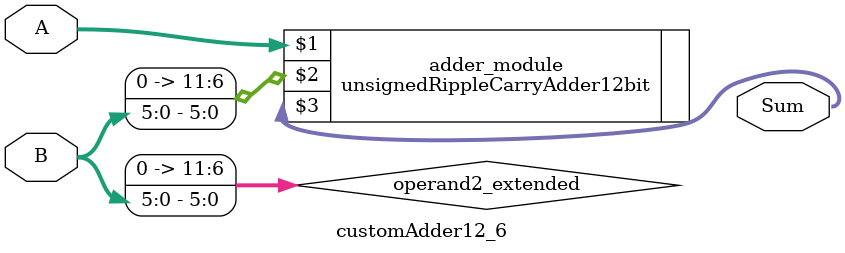
<source format=v>

module customAdder12_6(
                    input [11 : 0] A,
                    input [5 : 0] B,
                    
                    output [12 : 0] Sum
            );

    wire [11 : 0] operand2_extended;
    
    assign operand2_extended =  {6'b0, B};
    
    unsignedRippleCarryAdder12bit adder_module(
        A,
        operand2_extended,
        Sum
    );
    
endmodule
        
</source>
